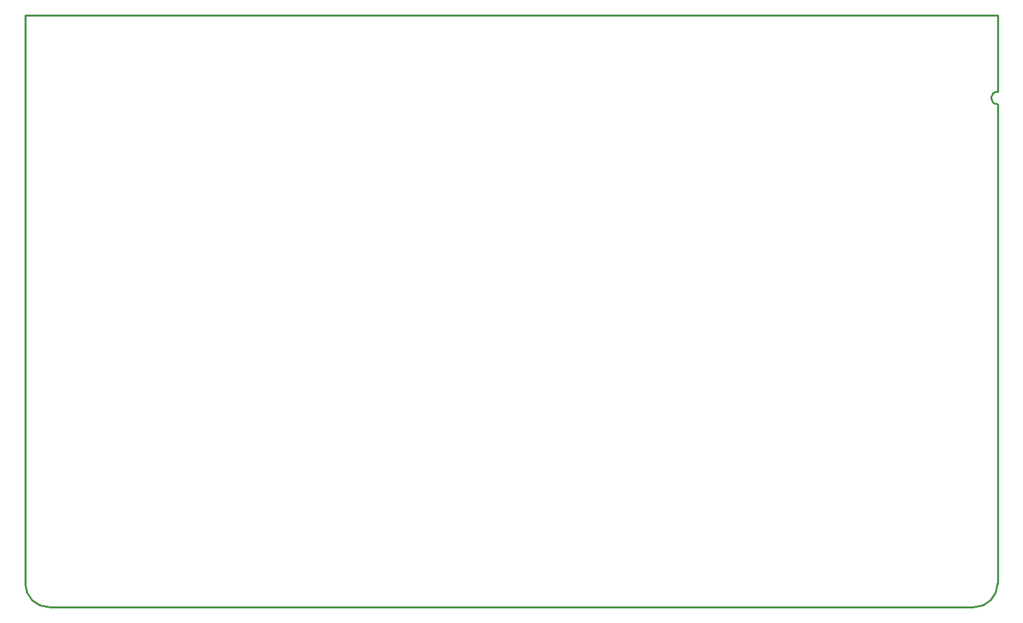
<source format=gm1>
G04*
G04 #@! TF.GenerationSoftware,Altium Limited,Altium Designer,20.1.11 (218)*
G04*
G04 Layer_Color=16711935*
%FSAX42Y42*%
%MOMM*%
G71*
G04*
G04 #@! TF.SameCoordinates,D071A55E-5AEF-410E-9220-4307AC36CE94*
G04*
G04*
G04 #@! TF.FilePolarity,Positive*
G04*
G01*
G75*
%ADD11C,0.25*%
D11*
X014940Y009120D02*
G03*
X014940Y008960I000000J-000080D01*
G01*
X002541Y002842D02*
G03*
X002841Y002542I000300J000000D01*
G01*
X014641D02*
G03*
X014941Y002842I000000J000300D01*
G01*
Y010092D02*
X014941Y009120D01*
X002541Y010092D02*
X014941D01*
X014941Y008960D02*
X014941Y002842D01*
X002541D02*
Y010092D01*
X002841Y002542D02*
X014641D01*
M02*

</source>
